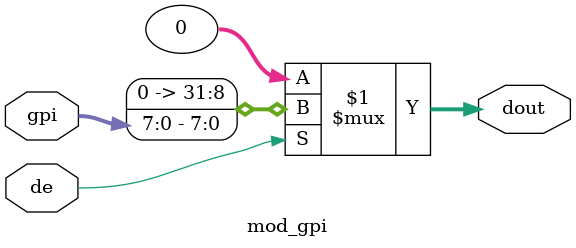
<source format=v>
module mod_gpi(de, dout, gpi);
	input de;
	output [31:0] dout;
	input [7:0] gpi;

	assign dout = (de) ? {24'b0,gpi} : 0;

endmodule

</source>
